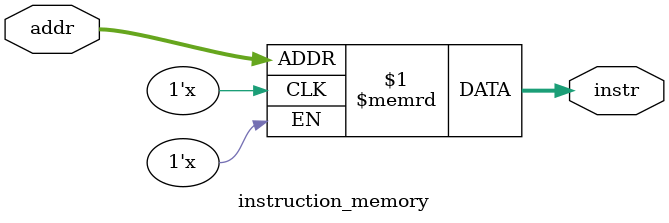
<source format=v>
`timescale 1ns / 1ps


module instruction_memory(
    input [7:0] addr,
    output [16:0] instr
    );
reg [16:0] mem [0:255];
assign instr = mem[addr];
endmodule

</source>
